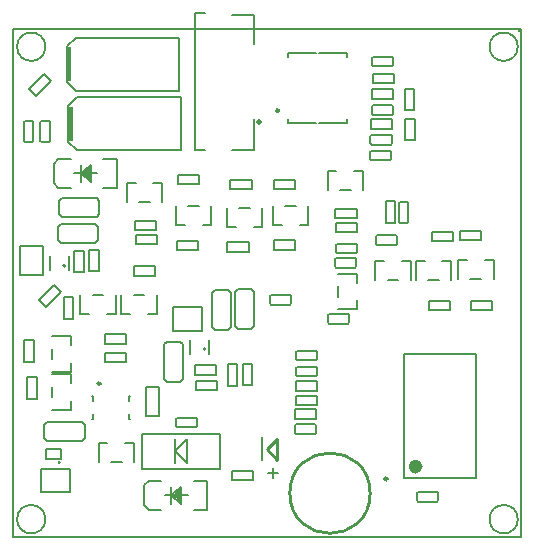
<source format=gbo>
%FSLAX25Y25*%
%MOIN*%
G70*
G01*
G75*
G04 Layer_Color=32896*
%ADD10C,0.01000*%
%ADD11C,0.01500*%
%ADD12C,0.02000*%
%ADD13C,0.03937*%
%ADD14R,0.08268X0.08268*%
%ADD15R,0.08268X0.08268*%
%ADD16R,0.03150X0.02362*%
%ADD17R,0.02362X0.03150*%
%ADD18R,0.01083X0.00984*%
%ADD19R,0.00984X0.01083*%
%ADD20R,0.01181X0.01890*%
%ADD21R,0.01890X0.01181*%
%ADD22R,0.02362X0.02362*%
%ADD23R,0.02362X0.02362*%
%ADD24R,0.03347X0.02756*%
%ADD25R,0.01083X0.00984*%
%ADD26R,0.00984X0.01083*%
%ADD27R,0.02756X0.03347*%
%ADD28R,0.01378X0.00787*%
%ADD29R,0.01181X0.01181*%
%ADD30R,0.01378X0.00984*%
%ADD31R,0.01378X0.01181*%
G04:AMPARAMS|DCode=32|XSize=39.37mil|YSize=41.34mil|CornerRadius=5.91mil|HoleSize=0mil|Usage=FLASHONLY|Rotation=90.000|XOffset=0mil|YOffset=0mil|HoleType=Round|Shape=RoundedRectangle|*
%AMROUNDEDRECTD32*
21,1,0.03937,0.02953,0,0,90.0*
21,1,0.02756,0.04134,0,0,90.0*
1,1,0.01181,0.01476,0.01378*
1,1,0.01181,0.01476,-0.01378*
1,1,0.01181,-0.01476,-0.01378*
1,1,0.01181,-0.01476,0.01378*
%
%ADD32ROUNDEDRECTD32*%
G04:AMPARAMS|DCode=33|XSize=41.34mil|YSize=86.61mil|CornerRadius=6.2mil|HoleSize=0mil|Usage=FLASHONLY|Rotation=90.000|XOffset=0mil|YOffset=0mil|HoleType=Round|Shape=RoundedRectangle|*
%AMROUNDEDRECTD33*
21,1,0.04134,0.07421,0,0,90.0*
21,1,0.02894,0.08661,0,0,90.0*
1,1,0.01240,0.03711,0.01447*
1,1,0.01240,0.03711,-0.01447*
1,1,0.01240,-0.03711,-0.01447*
1,1,0.01240,-0.03711,0.01447*
%
%ADD33ROUNDEDRECTD33*%
G04:AMPARAMS|DCode=34|XSize=27.56mil|YSize=33.47mil|CornerRadius=0mil|HoleSize=0mil|Usage=FLASHONLY|Rotation=225.000|XOffset=0mil|YOffset=0mil|HoleType=Round|Shape=Rectangle|*
%AMROTATEDRECTD34*
4,1,4,-0.00209,0.02158,0.02158,-0.00209,0.00209,-0.02158,-0.02158,0.00209,-0.00209,0.02158,0.0*
%
%ADD34ROTATEDRECTD34*%

%ADD35O,0.06299X0.01181*%
%ADD36R,0.06299X0.01181*%
%ADD37O,0.01181X0.06299*%
%ADD38R,0.04800X0.05600*%
%ADD39R,0.05000X0.05000*%
%ADD40R,0.05000X0.07874*%
%ADD41R,0.07874X0.02756*%
%ADD42C,0.00600*%
%ADD43C,0.00800*%
%ADD44C,0.00500*%
%ADD45C,0.02000*%
%ADD46C,0.03000*%
%ADD47C,0.04000*%
%ADD48C,0.05000*%
%ADD49C,0.03000*%
%ADD50C,0.04000*%
%ADD51O,0.07874X0.03937*%
%ADD52O,0.03937X0.07874*%
%ADD53R,0.02362X0.03937*%
%ADD54R,0.02559X0.04921*%
%ADD55C,0.00787*%
%ADD56R,0.03937X0.05118*%
%ADD57R,0.01200X0.01800*%
%ADD58R,0.04921X0.02559*%
%ADD59R,0.05118X0.03937*%
%ADD60O,0.01378X0.02756*%
%ADD61R,0.07087X0.04331*%
G04:AMPARAMS|DCode=62|XSize=45mil|YSize=65mil|CornerRadius=5.63mil|HoleSize=0mil|Usage=FLASHONLY|Rotation=0.000|XOffset=0mil|YOffset=0mil|HoleType=Round|Shape=RoundedRectangle|*
%AMROUNDEDRECTD62*
21,1,0.04500,0.05375,0,0,0.0*
21,1,0.03375,0.06500,0,0,0.0*
1,1,0.01125,0.01688,-0.02688*
1,1,0.01125,-0.01688,-0.02688*
1,1,0.01125,-0.01688,0.02688*
1,1,0.01125,0.01688,0.02688*
%
%ADD62ROUNDEDRECTD62*%
%ADD63O,0.08661X0.02362*%
%ADD64R,0.11811X0.19685*%
%ADD65O,0.02953X0.01772*%
%ADD66R,0.08661X0.11811*%
%ADD67R,0.09843X0.01969*%
%ADD68P,0.03341X4X90.0*%
%ADD69R,0.03937X0.02362*%
%ADD70R,0.07874X0.07874*%
%ADD71R,0.05906X0.05118*%
%ADD72R,0.07874X0.07087*%
%ADD73R,0.05906X0.03150*%
%ADD74R,0.14704X0.04000*%
%ADD75C,0.01200*%
%ADD76C,0.00300*%
%ADD77R,0.35200X0.19400*%
%ADD78R,0.02472X0.02228*%
%ADD79C,0.04737*%
%ADD80R,0.09068X0.09068*%
%ADD81R,0.09068X0.09068*%
%ADD82R,0.03950X0.03162*%
%ADD83R,0.03162X0.03950*%
%ADD84R,0.01883X0.01784*%
%ADD85R,0.01784X0.01883*%
%ADD86R,0.01981X0.02690*%
%ADD87R,0.02690X0.01981*%
%ADD88R,0.03162X0.03162*%
%ADD89R,0.03162X0.03162*%
%ADD90R,0.04147X0.03556*%
%ADD91R,0.01883X0.01784*%
%ADD92R,0.01784X0.01883*%
%ADD93R,0.03556X0.04147*%
%ADD94R,0.02178X0.01587*%
%ADD95R,0.01981X0.01981*%
%ADD96R,0.02178X0.01784*%
%ADD97R,0.02178X0.01981*%
G04:AMPARAMS|DCode=98|XSize=47.37mil|YSize=49.34mil|CornerRadius=7.11mil|HoleSize=0mil|Usage=FLASHONLY|Rotation=90.000|XOffset=0mil|YOffset=0mil|HoleType=Round|Shape=RoundedRectangle|*
%AMROUNDEDRECTD98*
21,1,0.04737,0.03513,0,0,90.0*
21,1,0.03316,0.04934,0,0,90.0*
1,1,0.01421,0.01756,0.01658*
1,1,0.01421,0.01756,-0.01658*
1,1,0.01421,-0.01756,-0.01658*
1,1,0.01421,-0.01756,0.01658*
%
%ADD98ROUNDEDRECTD98*%
G04:AMPARAMS|DCode=99|XSize=49.34mil|YSize=94.61mil|CornerRadius=7.4mil|HoleSize=0mil|Usage=FLASHONLY|Rotation=90.000|XOffset=0mil|YOffset=0mil|HoleType=Round|Shape=RoundedRectangle|*
%AMROUNDEDRECTD99*
21,1,0.04934,0.07981,0,0,90.0*
21,1,0.03454,0.09461,0,0,90.0*
1,1,0.01480,0.03991,0.01727*
1,1,0.01480,0.03991,-0.01727*
1,1,0.01480,-0.03991,-0.01727*
1,1,0.01480,-0.03991,0.01727*
%
%ADD99ROUNDEDRECTD99*%
G04:AMPARAMS|DCode=100|XSize=35.56mil|YSize=41.47mil|CornerRadius=0mil|HoleSize=0mil|Usage=FLASHONLY|Rotation=225.000|XOffset=0mil|YOffset=0mil|HoleType=Round|Shape=Rectangle|*
%AMROTATEDRECTD100*
4,1,4,-0.00209,0.02723,0.02723,-0.00209,0.00209,-0.02723,-0.02723,0.00209,-0.00209,0.02723,0.0*
%
%ADD100ROTATEDRECTD100*%

%ADD101O,0.07099X0.01981*%
%ADD102R,0.07099X0.01981*%
%ADD103O,0.01981X0.07099*%
%ADD104R,0.05600X0.06400*%
%ADD105R,0.05800X0.05800*%
%ADD106R,0.05800X0.08674*%
%ADD107R,0.08674X0.03556*%
%ADD108O,0.08674X0.04737*%
%ADD109O,0.04737X0.08674*%
%ADD110R,0.03162X0.04737*%
%ADD111R,0.03359X0.05721*%
%ADD112C,0.01587*%
%ADD113R,0.04737X0.05918*%
%ADD114R,0.02000X0.02600*%
%ADD115R,0.05721X0.03359*%
%ADD116R,0.05918X0.04737*%
%ADD117O,0.02178X0.03556*%
%ADD118R,0.07887X0.05131*%
G04:AMPARAMS|DCode=119|XSize=53mil|YSize=73mil|CornerRadius=6.63mil|HoleSize=0mil|Usage=FLASHONLY|Rotation=0.000|XOffset=0mil|YOffset=0mil|HoleType=Round|Shape=RoundedRectangle|*
%AMROUNDEDRECTD119*
21,1,0.05300,0.05975,0,0,0.0*
21,1,0.03975,0.07300,0,0,0.0*
1,1,0.01325,0.01988,-0.02988*
1,1,0.01325,-0.01988,-0.02988*
1,1,0.01325,-0.01988,0.02988*
1,1,0.01325,0.01988,0.02988*
%
%ADD119ROUNDEDRECTD119*%
%ADD120O,0.09461X0.03162*%
%ADD121R,0.12611X0.20485*%
%ADD122O,0.03753X0.02572*%
%ADD123R,0.09461X0.12611*%
%ADD124R,0.10642X0.02769*%
%ADD125P,0.04472X4X90.0*%
%ADD126R,0.04737X0.03162*%
%ADD127R,0.08674X0.08674*%
%ADD128R,0.06706X0.05918*%
%ADD129R,0.08674X0.07887*%
%ADD130R,0.06706X0.03950*%
%ADD131C,0.00984*%
%ADD132C,0.02362*%
%ADD133C,0.01969*%
%ADD134C,0.00787*%
%ADD135C,0.00700*%
%ADD136R,0.00800X0.04800*%
%ADD137R,0.00700X0.03600*%
%ADD138R,0.00600X0.02400*%
%ADD139R,0.00500X0.01500*%
%ADD140R,0.01575X0.11811*%
%ADD141R,0.01075X0.08000*%
D10*
X15235Y24739D02*
G03*
X15235Y24739I-141J0D01*
G01*
X118887Y14571D02*
G03*
X118887Y14571I-13386J0D01*
G01*
X84393Y29150D02*
X87893Y32650D01*
Y25650D02*
Y32650D01*
X84393Y29150D02*
X87893Y25650D01*
D42*
X17332Y90382D02*
G03*
X17332Y90382I-400J0D01*
G01*
X64024Y62605D02*
G03*
X64024Y62605I-400J0D01*
G01*
X18507Y88807D02*
Y93569D01*
X12158Y93569D02*
X12158Y88807D01*
X65199Y65792D02*
X65199Y61030D01*
X58850D02*
Y65792D01*
D43*
X43630Y10510D02*
X45077Y9106D01*
X49309D01*
X43630Y10510D02*
Y17137D01*
X45063Y18555D02*
X49309D01*
X64664Y9106D02*
Y18555D01*
X60136Y9106D02*
X64664D01*
X60136Y18555D02*
X64664D01*
X43630Y17137D02*
X45063Y18555D01*
X13383Y117837D02*
X14830Y116434D01*
X19062D01*
X13383Y117837D02*
Y124464D01*
X14816Y125882D02*
X19062D01*
X34417Y116434D02*
Y125882D01*
X29889Y116434D02*
X34417D01*
X29889Y125882D02*
X34417D01*
X13383Y124464D02*
X14816Y125882D01*
D44*
X94151Y59246D02*
X94545Y58852D01*
X94151Y59246D02*
Y59246D01*
Y61608D02*
X94545Y62002D01*
X94151Y61608D02*
Y61608D01*
X100844Y58852D02*
X101238Y59246D01*
Y59246D01*
X100844Y62002D02*
X101238Y61608D01*
Y61608D02*
Y61608D01*
X94545Y62002D02*
X100844D01*
X94151Y59246D02*
Y61608D01*
X94545Y58852D02*
X100844Y58852D01*
X101238Y59246D02*
Y61608D01*
X94545Y58852D02*
Y58852D01*
X134425Y12151D02*
X134818Y11757D01*
X134425Y12151D02*
X134425Y12151D01*
Y14513D02*
X134818Y14907D01*
X134425Y14513D02*
X134425D01*
X141118Y11757D02*
X141511Y12151D01*
X141511Y12151D01*
X141118Y14907D02*
X141511Y14513D01*
Y14513D02*
Y14513D01*
X134818Y14907D02*
X141118D01*
X134425Y12151D02*
Y14513D01*
X134818Y11757D02*
X141118Y11757D01*
X141511Y12151D02*
Y14513D01*
X134818Y11757D02*
Y11757D01*
X107329Y106300D02*
X114416D01*
X107329Y109450D02*
X114416D01*
Y106300D02*
Y109450D01*
X107329Y106300D02*
Y109450D01*
X107377Y101533D02*
X114463D01*
X107377Y104682D02*
X114463D01*
Y101533D02*
Y104682D01*
X107377Y101533D02*
Y104682D01*
X104676Y121832D02*
X107629D01*
X113534D02*
X116487D01*
X108810Y115533D02*
X112353D01*
X104676D02*
Y121832D01*
X116487Y115533D02*
Y121832D01*
X138398Y75578D02*
X145484D01*
X138398Y78728D02*
X145484D01*
Y75578D02*
Y78728D01*
X138398Y75578D02*
Y78728D01*
X139570Y101620D02*
X146657D01*
X139570Y98470D02*
X146657D01*
X139570Y101620D02*
X139570Y98470D01*
X146657D02*
Y101620D01*
X145942Y85789D02*
Y92088D01*
X134131Y85789D02*
Y92088D01*
X138265Y85789D02*
X141808D01*
X142989Y92088D02*
X145942D01*
X134131Y92088D02*
X137084Y92088D01*
X40538Y102261D02*
X47624D01*
X40538Y105410D02*
X47624Y105410D01*
Y102261D02*
Y105410D01*
X40538Y105410D02*
X40538Y102261D01*
X40872Y97603D02*
X47959D01*
X40872Y100753D02*
X47959D01*
Y97603D02*
Y100753D01*
X40872Y97603D02*
Y100753D01*
X92192Y80599D02*
X92586Y80205D01*
X92586D01*
X92192Y77449D02*
X92586Y77843D01*
X92586Y77843D01*
X85499Y80205D02*
X85893Y80599D01*
X85499Y80205D02*
X85499D01*
X85499Y77843D02*
X85893Y77449D01*
X85499Y77843D02*
Y77843D01*
X85893Y77449D02*
X92192D01*
X92586Y77843D02*
Y80205D01*
X85893Y80599D02*
X92192Y80599D01*
X85499Y77843D02*
Y80205D01*
X92192Y80599D02*
Y80599D01*
X107068Y90136D02*
X107462Y89743D01*
X107068Y90136D02*
X107068D01*
X107068Y92499D02*
X107462Y92892D01*
X107068Y92499D02*
X107068D01*
X113761Y89743D02*
X114155Y90136D01*
X114155D01*
X113761Y92892D02*
X114155Y92499D01*
X114155Y92499D01*
X107462Y92892D02*
X113761D01*
X107068Y90136D02*
Y92499D01*
X107462Y89743D02*
X113761Y89743D01*
X114155Y90136D02*
X114155Y92499D01*
X107462Y89743D02*
X107462D01*
X100533Y37481D02*
X100926Y37087D01*
X100926D01*
X100533Y34331D02*
X100926Y34725D01*
X100926Y34725D01*
X93840Y37087D02*
X94234Y37481D01*
X93840Y37087D02*
X93840D01*
Y34725D02*
X94234Y34331D01*
X93840Y34725D02*
X93840Y34725D01*
X94234Y34331D02*
X100533D01*
X100926Y34725D02*
Y37087D01*
X94234Y37481D02*
X100533D01*
X93840Y34725D02*
Y37087D01*
X93809Y42573D02*
X100896Y42573D01*
X93809Y39423D02*
X100896D01*
X93809Y42573D02*
X93809Y39423D01*
X100896D02*
Y42573D01*
X127219Y104739D02*
Y111826D01*
X124070D02*
X124070Y104739D01*
X124070Y111826D02*
X127219D01*
X124070Y104739D02*
X127219D01*
X131230Y104668D02*
X131624Y105062D01*
X131230Y104668D02*
Y104668D01*
X128475Y105062D02*
X128868Y104668D01*
X128868D01*
X131230Y111755D02*
X131624Y111361D01*
X131230Y111755D02*
Y111755D01*
X128475Y111361D02*
X128868Y111755D01*
X128868Y111755D01*
X128475Y105062D02*
Y111361D01*
X128868Y104668D02*
X131230Y104668D01*
X131624Y105062D02*
Y111361D01*
X128868Y111755D02*
X131230D01*
X131624Y105062D02*
Y105062D01*
X127542Y100492D02*
X127935Y100099D01*
X127542Y97343D02*
X127935Y97736D01*
Y97736D02*
Y97736D01*
X120849Y100099D02*
X121242Y100492D01*
X120849Y97736D02*
X121242Y97343D01*
X120849Y97736D02*
Y97736D01*
X121242Y97343D02*
X127542D01*
X127935Y97736D02*
Y100099D01*
X121242Y100492D02*
X127542Y100492D01*
X120849Y97736D02*
Y100099D01*
X127542Y100492D02*
Y100492D01*
X8978Y138318D02*
X9371Y138711D01*
Y138711D01*
X11733Y138711D02*
X12127Y138318D01*
X11733Y138711D02*
X11733Y138711D01*
X8978Y132018D02*
X9371Y131625D01*
Y131625D02*
Y131625D01*
X11733D02*
X12127Y132018D01*
X11733Y131625D02*
X11733Y131625D01*
X12127Y132018D02*
Y138318D01*
X9371Y138711D02*
X11733D01*
X8978Y132018D02*
X8978Y138318D01*
X9371Y131625D02*
X11733Y131625D01*
X8978Y138318D02*
Y138318D01*
X3478Y138318D02*
X3871Y138711D01*
Y138711D01*
X6233Y138711D02*
X6627Y138318D01*
X6233Y138711D02*
X6233Y138711D01*
X3478Y132018D02*
X3871Y131625D01*
Y131625D02*
Y131625D01*
X6233Y131625D02*
X6627Y132018D01*
X6233Y131625D02*
X6233Y131625D01*
X6627Y132018D02*
Y138318D01*
X3871Y138711D02*
X6233D01*
X3478Y132018D02*
X3478Y138318D01*
X3871Y131625D02*
X6233Y131625D01*
X3478Y138318D02*
Y138318D01*
X9144Y14847D02*
Y22721D01*
Y14847D02*
X18986D01*
Y22721D01*
X9144Y22721D02*
X18986Y22721D01*
X10921Y29438D02*
X15866D01*
X10921Y25840D02*
Y29438D01*
Y25840D02*
X15866D01*
Y29438D01*
X22707Y38155D02*
X23691Y37170D01*
X22707Y38155D02*
Y38155D01*
Y31855D02*
X23691Y32840D01*
X10305Y37170D02*
X11289Y38155D01*
X10305Y32840D02*
X11289Y31855D01*
X10305Y32840D02*
Y37170D01*
X11289Y31855D02*
X22707Y31855D01*
X23691Y32840D02*
Y37170D01*
X11289Y38155D02*
X22707D01*
X2105Y87255D02*
X9979D01*
X9979Y97097D01*
X2105Y97097D02*
X9979Y97097D01*
X2105Y87255D02*
X2105Y97097D01*
X27679Y112891D02*
X28663Y111907D01*
X27679Y112891D02*
X27679Y112891D01*
X27679Y106592D02*
X28663Y107576D01*
X15278Y111907D02*
X16262Y112891D01*
X15278Y107576D02*
X16262Y106592D01*
X15278Y107576D02*
Y111907D01*
X16262Y106592D02*
X27679D01*
X28663Y107576D02*
Y111907D01*
X16262Y112891D02*
X27679D01*
X27211Y104250D02*
X28196Y103265D01*
X27211Y104250D02*
X27211Y104250D01*
Y97951D02*
X28196Y98935D01*
X14810Y103265D02*
X15794Y104250D01*
X14810Y98935D02*
X15794Y97951D01*
X14810Y98935D02*
Y103265D01*
X15794Y97951D02*
X27211D01*
X28196Y98935D02*
Y103265D01*
X15794Y104250D02*
X27211Y104250D01*
X55396Y51738D02*
X56380Y52722D01*
X56380Y52722D01*
X50081Y52722D02*
X51065Y51738D01*
X55396Y65124D02*
X56380Y64139D01*
X50081Y64139D02*
X51065Y65124D01*
X55396Y65124D01*
X50081Y52722D02*
Y64139D01*
X51065Y51738D02*
X55396Y51738D01*
X56380Y64139D02*
X56380Y52722D01*
X53110Y68629D02*
Y76503D01*
Y68629D02*
X62953Y68629D01*
Y76503D01*
X53110D02*
X62953D01*
X73863Y81777D02*
X74848Y82761D01*
X73863Y81777D02*
X73863Y81777D01*
X79178Y82761D02*
X80162Y81777D01*
X73863Y70359D02*
X74848Y69375D01*
X79178D02*
X80162Y70359D01*
X74848Y69375D02*
X79178D01*
X80162Y70359D02*
Y81777D01*
X74848Y82761D02*
X79178D01*
X73863Y70359D02*
Y81777D01*
X66052Y81448D02*
X67036Y82432D01*
X66052Y81448D02*
Y81448D01*
X71367Y82432D02*
X72351Y81448D01*
X66052Y70031D02*
X67036Y69047D01*
X71367D02*
X72351Y70031D01*
X67036Y69047D02*
X71367D01*
X72351Y70031D02*
Y81448D01*
X67036Y82432D02*
X71367Y82432D01*
X66052Y70031D02*
X66052Y81448D01*
X50530Y13831D02*
X58230D01*
X52630D02*
Y16731D01*
Y10931D02*
Y13831D01*
X55930Y10931D02*
Y13831D01*
Y16731D01*
X52630Y13831D02*
X55930Y16731D01*
X52630Y13831D02*
X55930Y10931D01*
X40185Y24841D02*
Y31141D01*
X28374Y24841D02*
Y31141D01*
X32508Y24841D02*
X36051D01*
X37232Y31141D02*
X40185D01*
X28374D02*
X31327D01*
X118749Y125971D02*
X119143Y125577D01*
X118749Y125971D02*
X118749Y125971D01*
Y128333D02*
X119143Y128726D01*
X118749Y128333D02*
X118749Y128333D01*
X125442Y125577D02*
X125836Y125971D01*
X125836Y125971D01*
X125442Y128726D02*
X125836Y128333D01*
Y128333D02*
Y128333D01*
X119143Y128726D02*
X125442D01*
X118749Y125971D02*
Y128333D01*
X119143Y125577D02*
X125442D01*
X125836Y125971D02*
Y128333D01*
X119143Y125577D02*
Y125577D01*
X133544Y142277D02*
Y149363D01*
X130395Y142277D02*
Y149363D01*
X133544D01*
X130395Y142277D02*
X133544D01*
X130631Y132375D02*
Y139462D01*
X133781Y132375D02*
Y139462D01*
X130631Y132375D02*
X133781D01*
X130631Y139462D02*
X133781D01*
X119212Y139133D02*
X126298D01*
X119212Y135983D02*
X126298D01*
X119212D02*
Y139133D01*
X126298Y135983D02*
Y139133D01*
X118986Y131135D02*
X119379Y130741D01*
X118986Y131135D02*
Y131135D01*
Y133497D02*
X119379Y133891D01*
X118986Y133497D02*
Y133497D01*
X125679Y130741D02*
X126072Y131135D01*
Y131135D01*
X125679Y133891D02*
X126072Y133497D01*
Y133497D02*
Y133497D01*
X119379Y133891D02*
X125679D01*
X118986Y131135D02*
Y133497D01*
X119379Y130741D02*
X125679D01*
X126072Y131135D02*
Y133497D01*
X119379Y130741D02*
Y130741D01*
X20283Y121158D02*
X27983D01*
X22383D02*
Y124058D01*
Y118258D02*
Y121158D01*
X25683Y118258D02*
Y121158D01*
Y124058D01*
X22383Y121158D02*
X25683Y124058D01*
X22383Y121158D02*
X25683Y118258D01*
X55791Y128828D02*
Y146544D01*
X21145Y128828D02*
X55791Y128828D01*
X21145Y146544D02*
X55791Y146544D01*
X18192Y131780D02*
X21145Y128828D01*
X18192Y131780D02*
Y143591D01*
X21145Y146544D01*
X55329Y148732D02*
Y166449D01*
X20683Y148732D02*
X55329Y148732D01*
X20683Y166449D02*
X55329Y166449D01*
X17730Y151685D02*
X20683Y148732D01*
X17730Y151685D02*
Y163496D01*
X20683Y166449D01*
X30470Y58313D02*
X37557D01*
X30470Y61462D02*
X37557D01*
X37557Y58313D02*
X37557Y61462D01*
X30470Y58313D02*
Y61462D01*
Y64413D02*
X37557D01*
X30470Y67562D02*
X37557D01*
X37557Y64413D02*
X37557Y67562D01*
X30470Y64413D02*
Y67562D01*
X44044Y49975D02*
X48375D01*
X44044Y40133D02*
X48375Y40133D01*
X44044Y40133D02*
Y49975D01*
X48375Y40133D02*
Y49975D01*
X76373Y50495D02*
Y57582D01*
X79523Y50495D02*
Y57582D01*
X76373Y50495D02*
X79523D01*
X76373Y57582D02*
X79523D01*
X71354Y50454D02*
Y57540D01*
X74504Y50454D02*
Y57540D01*
X71354Y50454D02*
X74504Y50454D01*
X71354Y57540D02*
X74504D01*
X60697Y48973D02*
X67783D01*
X60697Y52122D02*
X67783D01*
X67783Y48973D01*
X60697D02*
Y52122D01*
X60449Y54126D02*
X67536D01*
X60449Y57275D02*
X67536D01*
X67536Y54126D01*
X60449D02*
Y57275D01*
X28460Y88606D02*
Y95692D01*
X25311Y88606D02*
Y95692D01*
X28460D01*
X25311Y88606D02*
X28460D01*
X23385Y88358D02*
Y95445D01*
X20236Y88358D02*
Y95445D01*
X23385Y95445D01*
X20236Y88358D02*
X23385Y88358D01*
X8465Y78993D02*
X13476Y84004D01*
X10692Y76766D02*
X15703Y81777D01*
X8465Y78993D02*
X10692Y76766D01*
X13476Y84004D02*
X15703Y81777D01*
X132451Y85694D02*
Y91994D01*
X120640Y85694D02*
Y91994D01*
X124774Y85694D02*
X128318D01*
X129499Y91994D02*
X132451D01*
X120640Y91994D02*
X123593Y91994D01*
X148907Y101965D02*
X155994D01*
X148907Y98815D02*
X155994D01*
X148907D02*
Y101965D01*
X155994Y98815D02*
Y101965D01*
X152398Y75647D02*
X159484D01*
X152398Y78797D02*
X159484D01*
X159484Y75647D01*
X152398Y78797D02*
X152398Y75647D01*
X160004Y85991D02*
Y92290D01*
X148193Y85991D02*
X148193Y92290D01*
X152327Y85991D02*
X155870D01*
X157051Y92290D02*
X160004Y92290D01*
X148193D02*
X151146D01*
X22269Y74239D02*
Y80538D01*
X34080Y74239D02*
Y80538D01*
X26403D02*
X29946D01*
X22269Y74239D02*
X25222D01*
X31127D02*
X34080D01*
X111404Y74260D02*
X111797Y73866D01*
X111404Y71110D02*
X111797Y71504D01*
X111797Y71504D01*
X104711Y73866D02*
X105104Y74260D01*
X104711Y71504D02*
X105104Y71110D01*
X104711Y71504D02*
Y71504D01*
X105104Y71110D02*
X111404D01*
X111797Y71504D02*
Y73866D01*
X105104Y74260D02*
X111404Y74260D01*
X104711Y71504D02*
X104711Y73866D01*
X40017Y87089D02*
X47104D01*
X40017Y90239D02*
X47104D01*
X47104Y87089D02*
X47104Y90239D01*
X40017Y87089D02*
Y90239D01*
X35958Y74239D02*
Y80538D01*
X47769Y74239D02*
Y80538D01*
X40092D02*
X43635D01*
X35958Y74239D02*
X38911D01*
X44816Y74239D02*
X47769Y74239D01*
X19830Y72727D02*
Y79813D01*
X16681Y72727D02*
Y79813D01*
X19830Y79813D01*
X16681Y72727D02*
X19830D01*
X12738Y55037D02*
X19038D01*
X12738Y66848D02*
X19038Y66848D01*
X12738Y59171D02*
Y62714D01*
X19038Y55037D02*
Y57990D01*
Y63895D02*
Y66848D01*
X3610Y58460D02*
X3610Y65546D01*
X6760Y58460D02*
Y65546D01*
X3610Y58460D02*
X6760D01*
X3610Y65546D02*
X6760Y65546D01*
X12970Y42374D02*
X19269D01*
X12970Y54185D02*
X19269D01*
X12970Y46508D02*
Y50051D01*
X19269Y42374D02*
Y45327D01*
Y51232D02*
Y54185D01*
X7749Y46091D02*
Y53177D01*
X4599Y46091D02*
Y53177D01*
X7749Y53177D01*
X4599Y46091D02*
X7749D01*
X114090Y97703D02*
X114484Y97309D01*
X114484D01*
X114090Y94553D02*
X114484Y94947D01*
X114484Y94947D01*
X107397Y97309D02*
X107791Y97703D01*
X107397Y97309D02*
X107397D01*
X107397Y94947D02*
X107791Y94553D01*
X107397Y94947D02*
Y94947D01*
X107791Y94553D02*
X114090D01*
X114484Y94947D02*
Y97309D01*
X107791Y97703D02*
X114090Y97703D01*
X107397Y97309D02*
X107397Y94947D01*
X114090Y97703D02*
X114090Y97703D01*
X108254Y75917D02*
X114553D01*
X108254Y87728D02*
X114553D01*
X108254Y80051D02*
Y83594D01*
X114553Y75917D02*
Y78869D01*
Y84775D02*
Y87728D01*
X68713Y22641D02*
Y34452D01*
X42728Y22641D02*
X68713D01*
X42728D02*
Y34452D01*
X68713D01*
X57689Y24610D02*
Y32483D01*
X53752Y24610D02*
Y32483D01*
Y28546D02*
X57689Y32483D01*
X53752Y28546D02*
X57689Y24610D01*
X54171Y104018D02*
Y110317D01*
X65982Y104018D02*
Y110317D01*
X58305D02*
X61848D01*
X54171Y104018D02*
X57124D01*
X63029D02*
X65982Y104018D01*
X86511Y103993D02*
Y110292D01*
X98322Y103993D02*
Y110292D01*
X90645D02*
X94188D01*
X86511Y103993D02*
X89464D01*
X95369D02*
X98322D01*
X71175Y103272D02*
Y109571D01*
X82986Y103272D02*
Y109571D01*
X75309D02*
X78852D01*
X71175Y103272D02*
X74128Y103272D01*
X80033Y103272D02*
X82986D01*
X37754Y118017D02*
X40707Y118017D01*
X46613Y118017D02*
X49565D01*
X41888Y111717D02*
X45431D01*
X37754D02*
Y118017D01*
X49565Y111717D02*
Y118017D01*
X72273Y119041D02*
X79359D01*
X72273Y115892D02*
X79359D01*
X72273Y119041D02*
X72273Y115892D01*
X79359D02*
Y119041D01*
X71292Y94990D02*
X78379D01*
X71292Y98140D02*
X78379D01*
X78379Y94990D02*
X78379Y98140D01*
X71292Y94990D02*
Y98140D01*
X86838Y119114D02*
X93925D01*
X86838Y115964D02*
X93925D01*
X86838D02*
X86838Y119114D01*
X93925Y115964D02*
Y119114D01*
X86796Y95795D02*
X93882D01*
X86796Y98944D02*
X93882D01*
Y95795D02*
Y98944D01*
X86796Y95795D02*
Y98944D01*
X54899Y120670D02*
X61985D01*
X54899Y117520D02*
X61985D01*
X54899D02*
Y120670D01*
X61985Y117520D02*
Y120670D01*
X54480Y95472D02*
X61567D01*
X54480Y98621D02*
X61567D01*
X61567Y95472D02*
X61567Y98621D01*
X54480Y95472D02*
Y98621D01*
X5225Y149225D02*
X10236Y154236D01*
X7452Y146998D02*
X12463Y152009D01*
X5225Y149225D02*
X7452Y146998D01*
X10236Y154236D02*
X12463Y152009D01*
X119498Y145997D02*
X126585D01*
X119498Y149146D02*
X126585D01*
Y145997D02*
Y149146D01*
X119498Y145997D02*
Y149146D01*
X119771Y151247D02*
X126857D01*
X119771Y154397D02*
X126857Y154397D01*
Y151247D02*
Y154397D01*
X119771Y154397D02*
X119771Y151247D01*
X126041Y143829D02*
X126435Y143435D01*
X126435D01*
X126041Y140679D02*
X126435Y141073D01*
X126435D01*
X119348Y143435D02*
X119742Y143829D01*
X119348Y143435D02*
X119348D01*
X119348Y141073D02*
X119742Y140679D01*
X119348Y141073D02*
Y141073D01*
X119742Y140679D02*
X126041D01*
X126435Y141073D02*
Y143435D01*
X119742Y143829D02*
X126041D01*
X119348Y141073D02*
Y143435D01*
X126041Y143829D02*
Y143829D01*
X126211Y160017D02*
X126605Y159624D01*
X126605D01*
X126211Y156868D02*
X126605Y157261D01*
X126605Y157261D01*
X119518Y159624D02*
X119912Y160017D01*
X119518Y159624D02*
X119518D01*
X119518Y157261D02*
X119912Y156868D01*
X119518Y157261D02*
Y157261D01*
X119912Y156868D02*
X126211Y156868D01*
X126605Y157261D02*
Y159624D01*
X119912Y160017D02*
X126211D01*
X119518Y157261D02*
Y159624D01*
X126211Y160017D02*
Y160017D01*
X94026Y48721D02*
X101112D01*
X94026Y51871D02*
X101112D01*
Y48721D02*
Y51871D01*
X94026Y48721D02*
Y51871D01*
X94089Y47071D02*
X101175D01*
X94089Y43921D02*
X101175D01*
X94089D02*
Y47071D01*
X101175Y43921D02*
X101175Y47071D01*
X94089Y53915D02*
X94482Y53521D01*
X94089Y53915D02*
X94089Y53915D01*
X94089Y56277D02*
X94482Y56671D01*
X94089Y56277D02*
X94089Y56277D01*
X100782Y53521D02*
X101175Y53915D01*
X101175Y53915D01*
X100782Y56671D02*
X101175Y56277D01*
Y56277D02*
Y56277D01*
X94482Y56671D02*
X100782Y56671D01*
X94089Y53915D02*
X94089Y56277D01*
X94482Y53521D02*
X100782Y53521D01*
X101175Y53915D02*
X101175Y56277D01*
X94482Y53521D02*
X94482D01*
X72881Y18975D02*
X79968D01*
X72881Y22125D02*
X79968D01*
X79968Y18975D01*
X72881D02*
Y22125D01*
X54052Y36998D02*
X54445Y36604D01*
X54052Y36998D02*
X54052D01*
Y39360D02*
X54445Y39753D01*
X54052Y39360D02*
X54052Y39360D01*
X60745Y36604D02*
X61138Y36998D01*
X61138D01*
X60745Y39753D02*
X61138Y39360D01*
Y39360D02*
Y39360D01*
X54445Y39753D02*
X60745D01*
X54052Y36998D02*
Y39360D01*
X54445Y36604D02*
X60745Y36604D01*
X61138Y36998D02*
Y39360D01*
X54445Y36604D02*
Y36604D01*
X60444Y174468D02*
X63870Y174468D01*
X60444Y129073D02*
X63870Y129073D01*
X72670D02*
X80129D01*
X60444Y129073D02*
Y174468D01*
X80129Y129073D02*
Y139309D01*
X80188Y164233D02*
Y174068D01*
X72729D02*
X80188D01*
X168110Y5906D02*
G03*
X168110Y5906I-4724J0D01*
G01*
X10630Y163386D02*
G03*
X10630Y163386I-4724J0D01*
G01*
X168110D02*
G03*
X168110Y163386I-4724J0D01*
G01*
X10630Y5906D02*
G03*
X10630Y5906I-4724J0D01*
G01*
X168484Y168484D02*
X169291Y169291D01*
X-0D02*
X169291D01*
X-0D02*
X0Y0D01*
X169291Y-0D02*
Y169291D01*
X0Y-74D02*
X169291Y-0D01*
D131*
X29034Y51061D02*
G03*
X29034Y51061I-492J0D01*
G01*
X124669Y19331D02*
G03*
X124669Y19331I-492J0D01*
G01*
X88489Y142129D02*
G03*
X88489Y142129I-492J0D01*
G01*
D132*
X135201Y23445D02*
G03*
X135201Y23445I-1181J0D01*
G01*
D133*
X81829Y138423D02*
D03*
D134*
X26278Y46927D02*
X26574Y46927D01*
X26574Y45451D02*
X26574Y46927D01*
X26574Y39447D02*
Y40923D01*
X26278Y39447D02*
X26574D01*
X38385D02*
X38680Y39447D01*
X38385Y39447D02*
Y40923D01*
Y45451D02*
Y46927D01*
X38680D01*
X130082Y60846D02*
X154295Y60846D01*
X130082Y19508D02*
X154295Y19508D01*
Y60846D01*
X130082Y19508D02*
Y60846D01*
X91540Y159963D02*
X91540Y161440D01*
X100891D01*
X101875D02*
X111225D01*
X111225Y159963D01*
X111225Y137818D02*
Y139294D01*
X101875Y137818D02*
X111225D01*
X91540D02*
X100891D01*
X91540D02*
Y139294D01*
D135*
X86487Y23049D02*
Y19621D01*
X88201Y21335D02*
X84773D01*
D136*
X55430Y13831D02*
D03*
X25184Y121158D02*
D03*
D137*
X54680Y13830D02*
D03*
X24433Y121159D02*
D03*
D138*
X54030Y13831D02*
D03*
X23784Y121158D02*
D03*
D139*
X53480Y13781D02*
D03*
X23234Y121108D02*
D03*
D140*
X19014Y137688D02*
D03*
X18551Y157598D02*
D03*
D141*
X82856Y29149D02*
D03*
M02*

</source>
